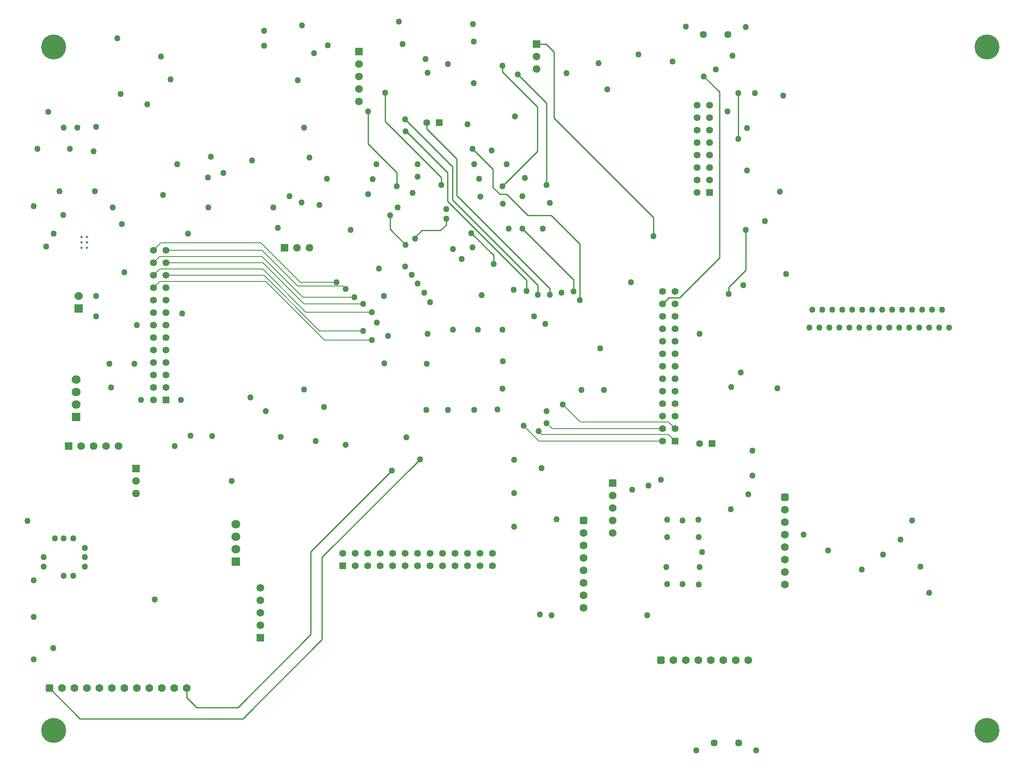
<source format=gbr>
%TF.GenerationSoftware,Altium Limited,Altium Designer,23.9.2 (47)*%
G04 Layer_Physical_Order=5*
G04 Layer_Color=16737945*
%FSLAX45Y45*%
%MOMM*%
%TF.SameCoordinates,7747E0AE-D8E6-467E-A507-EEFEC3D8B4F9*%
%TF.FilePolarity,Positive*%
%TF.FileFunction,Copper,L5,Inr,Signal*%
%TF.Part,Single*%
G01*
G75*
%TA.AperFunction,Conductor*%
%ADD11C,0.25400*%
%ADD84C,0.12700*%
%TA.AperFunction,ComponentPad*%
%ADD86C,1.57000*%
%ADD87R,1.57000X1.57000*%
%ADD88R,1.57000X1.57000*%
%ADD89C,1.45000*%
%ADD90C,1.60000*%
G04:AMPARAMS|DCode=91|XSize=1.6mm|YSize=1.6mm|CornerRadius=0.4mm|HoleSize=0mm|Usage=FLASHONLY|Rotation=0.000|XOffset=0mm|YOffset=0mm|HoleType=Round|Shape=RoundedRectangle|*
%AMROUNDEDRECTD91*
21,1,1.60000,0.80000,0,0,0.0*
21,1,0.80000,1.60000,0,0,0.0*
1,1,0.80000,0.40000,-0.40000*
1,1,0.80000,-0.40000,-0.40000*
1,1,0.80000,-0.40000,0.40000*
1,1,0.80000,0.40000,0.40000*
%
%ADD91ROUNDEDRECTD91*%
G04:AMPARAMS|DCode=92|XSize=1.6mm|YSize=1.6mm|CornerRadius=0.4mm|HoleSize=0mm|Usage=FLASHONLY|Rotation=270.000|XOffset=0mm|YOffset=0mm|HoleType=Round|Shape=RoundedRectangle|*
%AMROUNDEDRECTD92*
21,1,1.60000,0.80000,0,0,270.0*
21,1,0.80000,1.60000,0,0,270.0*
1,1,0.80000,-0.40000,-0.40000*
1,1,0.80000,-0.40000,0.40000*
1,1,0.80000,0.40000,0.40000*
1,1,0.80000,0.40000,-0.40000*
%
%ADD92ROUNDEDRECTD92*%
%TA.AperFunction,ViaPad*%
%ADD93C,5.08000*%
%TA.AperFunction,ComponentPad*%
%ADD94C,1.67000*%
%ADD95R,1.67000X1.67000*%
%ADD96R,1.40000X1.40000*%
%ADD97C,1.40000*%
%ADD98R,1.39000X1.39000*%
%ADD99R,1.38900X1.38900*%
%ADD100C,1.38900*%
%ADD101R,1.39000X1.39000*%
%ADD102R,1.80000X1.80000*%
%ADD103C,1.80000*%
%ADD104R,1.55000X1.55000*%
%ADD105C,1.55000*%
%ADD106R,1.55000X1.55000*%
%TA.AperFunction,ViaPad*%
%ADD107C,1.27000*%
%ADD108C,0.50000*%
%ADD109C,1.39000*%
D11*
X20751801Y12230100D02*
X21094701Y12573000D01*
Y13398500D01*
X20942300Y15252699D02*
Y16179800D01*
X9918700Y3670300D02*
X10756900D01*
X12242800Y5156200D01*
X9715500Y3873500D02*
X9918700Y3670300D01*
X12242800Y5156200D02*
Y6845300D01*
X13893800Y8496300D01*
X10858500Y3441700D02*
X12471400Y5054600D01*
X6921500Y4064000D02*
X7543800Y3441700D01*
X10858500D01*
X9715500Y3873500D02*
Y4064000D01*
X12471400Y6731000D02*
X14465300Y8724900D01*
X12471400Y5054600D02*
Y6731000D01*
X17195799Y15671800D02*
X19215100Y13652499D01*
Y13271500D02*
Y13652499D01*
X16548100Y13423900D02*
X17589500Y12382500D01*
Y12141200D02*
Y12382500D01*
X17132300Y13690601D02*
X17716499Y13106400D01*
Y11963400D02*
Y13106400D01*
X15963901Y12700000D02*
Y12877365D01*
X15512833Y13328433D02*
X15963901Y12877365D01*
X20243800Y16522701D02*
X20561301Y16205200D01*
X19748500Y12014200D02*
X20561301Y12827000D01*
Y16205200D01*
X20751801Y12090400D02*
Y12230100D01*
X19532800Y12014200D02*
X19748500D01*
X17195799Y15671800D02*
Y17017999D01*
X17030701Y17183099D02*
X17195799Y17017999D01*
X16840199Y17183099D02*
X17030701D01*
X19405800Y11887200D02*
X19532800Y12014200D01*
X15532100Y15049500D02*
X15951199Y14630400D01*
Y14262100D02*
Y14630400D01*
X16090900Y14122400D02*
X16230600D01*
X15951199Y14262100D02*
X16090900Y14122400D01*
X16662399Y13690601D02*
X17132300D01*
X16230600Y14122400D02*
X16662399Y13690601D01*
X14173199Y15405099D02*
X14185899D01*
X15024100Y14566901D01*
Y13982700D02*
Y14566901D01*
X13754100Y15608299D02*
X14897099Y14465300D01*
X13754100Y15608299D02*
Y16192500D01*
X13411200Y15151100D02*
X13995399Y14566901D01*
X13411200Y15151100D02*
Y15811501D01*
X14160500Y15646400D02*
X15125700Y14681200D01*
Y14008099D02*
Y14681200D01*
X16852901Y14998700D02*
Y15900400D01*
X16141701Y16611600D02*
Y16738600D01*
Y16611600D02*
X16852901Y15900400D01*
X16141701Y14287500D02*
X16852901Y14998700D01*
X16459200Y16560800D02*
X17043401Y15976601D01*
Y14312900D02*
Y15976601D01*
X13995399Y14285072D02*
Y14566901D01*
X14897099Y14312900D02*
Y14465300D01*
X14605000Y15455901D02*
Y15582899D01*
X15214600Y14097000D02*
Y14846300D01*
X14605000Y15455901D02*
X15214600Y14846300D01*
X17106900Y12077700D02*
Y12204700D01*
X15214600Y14097000D02*
X17106900Y12204700D01*
X14363699Y13248193D02*
X14501308Y13385800D01*
X14884399D02*
X14998700Y13500101D01*
X14501308Y13385800D02*
X14884399D01*
X14363699Y13220700D02*
Y13248193D01*
X14998700Y13500101D02*
Y13627100D01*
X13855701Y13411200D02*
Y13690601D01*
Y13411200D02*
X14173199Y13093700D01*
X16637000Y12153900D02*
Y12369800D01*
X15024100Y13982700D02*
X16637000Y12369800D01*
X15125700Y14008099D02*
X16865601Y12268200D01*
Y12077700D02*
Y12268200D01*
D84*
X9042600Y12979401D02*
X9195000Y13131799D01*
X11226800D01*
X12026900Y12331700D01*
X9296600Y12979401D02*
X11252200D01*
X9169600Y12852400D02*
X11252200D01*
X11264900Y12725400D02*
X12103100Y11887200D01*
X9296600Y12725400D02*
X11264900D01*
X9169600Y12598400D02*
X11264900D01*
X12141200Y11722100D01*
X11290300Y12471400D02*
X12420600Y11341100D01*
X9296600Y12471400D02*
X11290300D01*
X11328400Y12344400D02*
X12522200Y11150600D01*
X9169600Y12344400D02*
X11328400D01*
X17373599Y9842500D02*
X17729201Y9486900D01*
X19520100D02*
X19659801Y9347200D01*
X17729201Y9486900D02*
X19520100D01*
X17043401Y9461500D02*
X17157700Y9347200D01*
X19405800D01*
X16941800Y9232900D02*
X19520100D01*
X19659801Y9093200D01*
X16878300Y9296400D02*
X16941800Y9232900D01*
X16573500Y9410700D02*
X16891000Y9093200D01*
X19405800D01*
X12420600Y11341100D02*
X13309599D01*
X12141200Y11722100D02*
X13487399D01*
X12103100Y11887200D02*
X13309599D01*
X12077700Y12026900D02*
X13131799D01*
X11252200Y12852400D02*
X12077700Y12026900D01*
X11979910Y12251690D02*
X12894310D01*
X11252200Y12979401D02*
X11979910Y12251690D01*
X12026900Y12331700D02*
X12763500D01*
X9042600Y12725400D02*
X9169600Y12852400D01*
X9042600Y12471400D02*
X9169600Y12598400D01*
X12894310Y12251690D02*
X12953999Y12192000D01*
X9042600Y12217400D02*
X9169600Y12344400D01*
X12522200Y11150600D02*
X13487399D01*
D86*
X18389600Y7226300D02*
D03*
Y7480300D02*
D03*
Y7734300D02*
D03*
Y7988300D02*
D03*
X13220700Y16014700D02*
D03*
Y16268700D02*
D03*
Y16522701D02*
D03*
Y16776700D02*
D03*
X8331200Y8991600D02*
D03*
X8077200D02*
D03*
X7823200D02*
D03*
X7569200D02*
D03*
X11214100Y6108700D02*
D03*
Y5854700D02*
D03*
Y5600700D02*
D03*
Y5346700D02*
D03*
D87*
X18389600Y8242300D02*
D03*
X13220700Y17030701D02*
D03*
X11214100Y5092700D02*
D03*
D88*
X7315200Y8991600D02*
D03*
D89*
X20952602Y2949702D02*
D03*
X20452603D02*
D03*
X20735100Y17378300D02*
D03*
X20235100D02*
D03*
D90*
X9715500Y4064000D02*
D03*
X9461500D02*
D03*
X9207500D02*
D03*
X8699500D02*
D03*
X8445500D02*
D03*
X7937500D02*
D03*
X7429500D02*
D03*
X7175500D02*
D03*
X7683500D02*
D03*
X8191500D02*
D03*
X8953500D02*
D03*
X21894800Y6680200D02*
D03*
Y7188200D02*
D03*
Y7696200D02*
D03*
Y7442200D02*
D03*
Y6934200D02*
D03*
Y6426200D02*
D03*
Y6172200D02*
D03*
X20637500Y4635500D02*
D03*
X20129500D02*
D03*
X19621500D02*
D03*
X19875500D02*
D03*
X20383501D02*
D03*
X20891499D02*
D03*
X21145500D02*
D03*
X17792700Y6210300D02*
D03*
Y6718300D02*
D03*
Y7226300D02*
D03*
Y6972300D02*
D03*
Y6464300D02*
D03*
Y5956300D02*
D03*
Y5702300D02*
D03*
D91*
X6921500Y4064000D02*
D03*
X19367500Y4635500D02*
D03*
D92*
X21894800Y7950200D02*
D03*
X17792700Y7480300D02*
D03*
D93*
X26009601Y17119600D02*
D03*
Y3200400D02*
D03*
X7010400D02*
D03*
Y17119600D02*
D03*
D94*
X7518400Y12052300D02*
D03*
D95*
Y11798300D02*
D03*
D96*
X20408897Y9042400D02*
D03*
X14859000Y15582899D02*
D03*
D97*
X20154898Y9042400D02*
D03*
X14605000Y15582899D02*
D03*
D98*
X9296600Y9931400D02*
D03*
X19659801Y9093200D02*
D03*
D99*
X20358099Y14160500D02*
D03*
D100*
Y14414500D02*
D03*
Y14668500D02*
D03*
Y14922501D02*
D03*
Y15176500D02*
D03*
Y15430499D02*
D03*
Y15684500D02*
D03*
Y15938499D02*
D03*
X20104100Y14160500D02*
D03*
Y14414500D02*
D03*
Y14668500D02*
D03*
Y14922501D02*
D03*
Y15176500D02*
D03*
Y15430499D02*
D03*
Y15684500D02*
D03*
Y15938499D02*
D03*
D101*
X12890500Y6553000D02*
D03*
D102*
X7467600Y9588500D02*
D03*
X10718798Y6642100D02*
D03*
D103*
X7467600Y9842500D02*
D03*
Y10096500D02*
D03*
Y10350500D02*
D03*
X10718798Y7404100D02*
D03*
Y7150100D02*
D03*
Y6896100D02*
D03*
D104*
X8686800Y8534400D02*
D03*
X16840199Y17183099D02*
D03*
D105*
X8686800Y8280400D02*
D03*
Y8026400D02*
D03*
X16840199Y16675101D02*
D03*
Y16929100D02*
D03*
X12217400Y13030200D02*
D03*
X11963400D02*
D03*
D106*
X11709400D02*
D03*
D107*
X8210550Y13855701D02*
D03*
X8445500Y12534900D02*
D03*
X6604000Y13881100D02*
D03*
X6858000Y13055600D02*
D03*
X7200900Y13703300D02*
D03*
X7010400Y13322301D02*
D03*
X8394700Y13512801D02*
D03*
X18910300Y16967200D02*
D03*
X21793201Y14173199D02*
D03*
X21094701Y13398500D02*
D03*
X20942300Y15252699D02*
D03*
X21120100Y14605000D02*
D03*
X21488400Y13576300D02*
D03*
X24828500Y6007100D02*
D03*
X8305800Y17297400D02*
D03*
X23456900Y6477000D02*
D03*
X23888699Y6781800D02*
D03*
X22771100Y6870700D02*
D03*
X17145000Y5549900D02*
D03*
X16903700Y5562600D02*
D03*
X18757899Y12331700D02*
D03*
X19215100Y13271500D02*
D03*
X17348199Y12115800D02*
D03*
X17589500Y12141200D02*
D03*
X17716499Y11963400D02*
D03*
X15963901Y12700000D02*
D03*
X15722600Y12065000D02*
D03*
X15316200Y12801601D02*
D03*
X15532100Y13042900D02*
D03*
X16789400Y11633200D02*
D03*
X8648700Y10668000D02*
D03*
X8140700D02*
D03*
X21310600Y2794000D02*
D03*
X20091400D02*
D03*
X21094701Y17525999D02*
D03*
X15544800Y17589500D02*
D03*
X21234399Y8394700D02*
D03*
Y8902700D02*
D03*
X7874000Y12052300D02*
D03*
X19608800Y16827499D02*
D03*
X18097501Y16789400D02*
D03*
X18275301Y16256000D02*
D03*
X17449800Y16586200D02*
D03*
X20828000Y16941800D02*
D03*
X21856700Y16128999D02*
D03*
X21120100Y15468600D02*
D03*
X20726401Y15811501D02*
D03*
X21285201Y16179800D02*
D03*
X20942300D02*
D03*
X20154900Y11277600D02*
D03*
X20751801Y12090400D02*
D03*
X21043900Y12268200D02*
D03*
X7823200Y14998700D02*
D03*
X7340600Y15049500D02*
D03*
X7213600Y15481300D02*
D03*
X7493000D02*
D03*
X9194800Y16929100D02*
D03*
X8915400Y15951199D02*
D03*
X7124700Y14185899D02*
D03*
X7874000Y11633200D02*
D03*
X9385300Y16459200D02*
D03*
X7848600Y14185899D02*
D03*
X8369300Y16167101D02*
D03*
X20485100Y16662399D02*
D03*
X20243800Y16522701D02*
D03*
X24244299Y7086600D02*
D03*
X22275800Y7188200D02*
D03*
X10629900Y8280400D02*
D03*
X10236200Y9194800D02*
D03*
X9474200Y8991600D02*
D03*
X9067800Y5867400D02*
D03*
X11010900Y9982200D02*
D03*
X9791700Y9207500D02*
D03*
X9601200Y9931400D02*
D03*
X13893800Y8496300D02*
D03*
X8178800Y10185400D02*
D03*
X15646400Y11366500D02*
D03*
X11976100Y16446500D02*
D03*
X22390100Y11404600D02*
D03*
X22593300D02*
D03*
X22796500D02*
D03*
X22999699D02*
D03*
X23202901D02*
D03*
X23406100D02*
D03*
X23609300D02*
D03*
X23812500D02*
D03*
X24015700D02*
D03*
X24218900D02*
D03*
X24422099D02*
D03*
X24625301D02*
D03*
X24828500D02*
D03*
X25031700D02*
D03*
X25234900D02*
D03*
X25095200Y11772900D02*
D03*
X24892000D02*
D03*
X24688800D02*
D03*
X24485600D02*
D03*
X24282401D02*
D03*
X24079201D02*
D03*
X23875999D02*
D03*
X23672800D02*
D03*
X23469600D02*
D03*
X23266400D02*
D03*
X23063200D02*
D03*
X22860001D02*
D03*
X22656799D02*
D03*
X22453600D02*
D03*
X21145500Y8013700D02*
D03*
X12306300Y16992599D02*
D03*
X12065000Y17564101D02*
D03*
X15925800Y15011400D02*
D03*
X16395700Y15709900D02*
D03*
X15430499Y15544800D02*
D03*
X12217400Y14871700D02*
D03*
X11290198Y17454703D02*
D03*
X12585700Y17157700D02*
D03*
X15570200Y14732001D02*
D03*
X16230600D02*
D03*
X14414500D02*
D03*
X13576300D02*
D03*
X13500101Y14427200D02*
D03*
X15532100Y15049500D02*
D03*
X12103100Y15481300D02*
D03*
X14173199Y15405099D02*
D03*
X13411200Y15811501D02*
D03*
X14160500Y15646400D02*
D03*
X14109700Y17183099D02*
D03*
X14033501Y17640300D02*
D03*
X6604000Y5511800D02*
D03*
Y4648200D02*
D03*
X6997700Y4876800D02*
D03*
X9740900Y13322301D02*
D03*
X9232900Y14109700D02*
D03*
X9525000Y14732001D02*
D03*
X10160000Y13855701D02*
D03*
X7874000Y15494000D02*
D03*
X16459200Y16560800D02*
D03*
X12344400Y9093200D02*
D03*
X11633200Y9182100D02*
D03*
X11328400Y9702800D02*
D03*
X12509500Y9791700D02*
D03*
X8788400Y9931400D02*
D03*
X16383000Y7353300D02*
D03*
X21920200Y12496800D02*
D03*
X20993100Y10490200D02*
D03*
X21742400Y10172700D02*
D03*
X20802600Y10198100D02*
D03*
X12103100Y10147300D02*
D03*
X12953999Y9017000D02*
D03*
X14465300Y8724900D02*
D03*
X13055600Y13398500D02*
D03*
X10147300Y14465300D02*
D03*
X10464800Y14554201D02*
D03*
X11049000Y14808200D02*
D03*
X11569700Y13436600D02*
D03*
X12420600Y13906500D02*
D03*
X10210800Y14884399D02*
D03*
X6896100Y15798801D02*
D03*
X6680200Y15049500D02*
D03*
X11480800Y13855701D02*
D03*
X12573000Y14439900D02*
D03*
X8699500Y11455400D02*
D03*
X9626600Y11696700D02*
D03*
X18211800Y10134600D02*
D03*
X18135600Y10985500D02*
D03*
X17754601Y10134600D02*
D03*
X16154401Y10718800D02*
D03*
X16141701Y10160000D02*
D03*
X16573500Y9410700D02*
D03*
X16878300Y9296400D02*
D03*
X17373599Y9842500D02*
D03*
X17043401Y9461500D02*
D03*
Y9702800D02*
D03*
X17246600Y7505700D02*
D03*
X16383000Y8712200D02*
D03*
Y8039100D02*
D03*
X13487399Y11722100D02*
D03*
X13309599Y11887200D02*
D03*
X13131799Y12026900D02*
D03*
X12953999Y12192000D02*
D03*
X12763500Y12331700D02*
D03*
X13817599Y11239500D02*
D03*
X13487399Y11150600D02*
D03*
X13309599Y11341100D02*
D03*
X13741400Y10680700D02*
D03*
X15512833Y13328433D02*
D03*
X16548100Y13423900D02*
D03*
X14363699Y13220700D02*
D03*
X14173199Y13093700D02*
D03*
X13855701Y13690601D02*
D03*
X14998700Y13817599D02*
D03*
Y13627100D02*
D03*
X14160500Y12649200D02*
D03*
X14300200Y12484100D02*
D03*
X14414500Y12306300D02*
D03*
X14554201Y12115800D02*
D03*
X14668500Y11925300D02*
D03*
X15138400Y13004800D02*
D03*
Y11366500D02*
D03*
X16370300Y12179300D02*
D03*
X16637000Y12153900D02*
D03*
X16865601Y12077700D02*
D03*
X17106900D02*
D03*
X16268700Y13423900D02*
D03*
X17017999Y11480800D02*
D03*
X16548100Y14084300D02*
D03*
X13728700Y12052300D02*
D03*
X13627100Y12611100D02*
D03*
X14605000Y10668000D02*
D03*
X13589000Y11506200D02*
D03*
X11811000Y14084300D02*
D03*
X12052300Y13957300D02*
D03*
X16040100Y9740900D02*
D03*
X15036800Y9728200D02*
D03*
X15570200D02*
D03*
X20789900Y7708900D02*
D03*
X16941800Y8547100D02*
D03*
X11290198Y17149902D02*
D03*
X6604000Y6261100D02*
D03*
X24485600Y7480300D02*
D03*
X24650700Y6540500D02*
D03*
X19088100Y5549900D02*
D03*
X20205701Y6832600D02*
D03*
X19481799Y6527800D02*
D03*
X19367500Y8305800D02*
D03*
X19113499Y8191500D02*
D03*
X18783299Y8102600D02*
D03*
X19875500Y17538699D02*
D03*
X15557500Y16383000D02*
D03*
Y17233900D02*
D03*
X16141701Y16738600D02*
D03*
Y11366500D02*
D03*
X14617700Y16598900D02*
D03*
X14897099Y14312900D02*
D03*
X14414500Y14478000D02*
D03*
X14312900Y14147800D02*
D03*
X15697200Y14071600D02*
D03*
X13754100Y16192500D02*
D03*
X16967200Y13423900D02*
D03*
X17106900Y13944600D02*
D03*
X16154401Y13931900D02*
D03*
X14008099Y13855701D02*
D03*
X15036800Y16776700D02*
D03*
X14579601Y16878300D02*
D03*
X17043401Y14312900D02*
D03*
X16141701Y14287500D02*
D03*
X13995399D02*
D03*
X16598900Y14452600D02*
D03*
X15671800Y14439900D02*
D03*
X13411200Y14122400D02*
D03*
X14617700Y11277600D02*
D03*
X19812000Y6184900D02*
D03*
X20142200Y6172200D02*
D03*
X19494501Y6184900D02*
D03*
X20154900Y6527800D02*
D03*
X20142200Y7137400D02*
D03*
X19494501D02*
D03*
X19812000Y7480300D02*
D03*
X20129500Y7493000D02*
D03*
X19494501D02*
D03*
X14185899Y9169400D02*
D03*
X14592300Y9728200D02*
D03*
X6477000Y7467600D02*
D03*
X7645400Y6540500D02*
D03*
X6807200D02*
D03*
X7213600Y7112000D02*
D03*
Y6350000D02*
D03*
X7645400Y6731000D02*
D03*
Y6921500D02*
D03*
X6807200Y6731000D02*
D03*
X7404100Y7112000D02*
D03*
X7035800D02*
D03*
X7404100Y6350000D02*
D03*
D108*
X7687700Y13034500D02*
D03*
X7577700D02*
D03*
X7687700Y13144501D02*
D03*
X7577700D02*
D03*
X7687700Y13254500D02*
D03*
X7577700D02*
D03*
D109*
X9042600Y12979401D02*
D03*
Y12725400D02*
D03*
Y12471400D02*
D03*
Y12217400D02*
D03*
Y11963400D02*
D03*
Y11709400D02*
D03*
Y11455400D02*
D03*
Y11201400D02*
D03*
Y10947400D02*
D03*
Y10693400D02*
D03*
Y10439400D02*
D03*
Y10185400D02*
D03*
Y9931400D02*
D03*
X9296600Y12979401D02*
D03*
Y12725400D02*
D03*
Y12471400D02*
D03*
Y12217400D02*
D03*
Y11963400D02*
D03*
Y11709400D02*
D03*
Y11455400D02*
D03*
Y11201400D02*
D03*
Y10947400D02*
D03*
Y10693400D02*
D03*
Y10439400D02*
D03*
Y10185400D02*
D03*
X19405800Y12141200D02*
D03*
Y11887200D02*
D03*
Y11633200D02*
D03*
Y11379200D02*
D03*
Y11125200D02*
D03*
Y10871200D02*
D03*
Y10617200D02*
D03*
Y10363200D02*
D03*
Y10109200D02*
D03*
Y9855200D02*
D03*
Y9601200D02*
D03*
Y9347200D02*
D03*
Y9093200D02*
D03*
X19659801Y12141200D02*
D03*
Y11887200D02*
D03*
Y11633200D02*
D03*
Y11379200D02*
D03*
Y11125200D02*
D03*
Y10871200D02*
D03*
Y10617200D02*
D03*
Y10363200D02*
D03*
Y10109200D02*
D03*
Y9855200D02*
D03*
Y9601200D02*
D03*
Y9347200D02*
D03*
X15938499Y6807000D02*
D03*
X15684500D02*
D03*
X15430499D02*
D03*
X15176500D02*
D03*
X14922501D02*
D03*
X14668500D02*
D03*
X14414500D02*
D03*
X14160500D02*
D03*
X13906500D02*
D03*
X13652499D02*
D03*
X13398500D02*
D03*
X13144501D02*
D03*
X12890500D02*
D03*
X15938499Y6553000D02*
D03*
X15684500D02*
D03*
X15430499D02*
D03*
X15176500D02*
D03*
X14922501D02*
D03*
X14668500D02*
D03*
X14414500D02*
D03*
X14160500D02*
D03*
X13906500D02*
D03*
X13652499D02*
D03*
X13398500D02*
D03*
X13144501D02*
D03*
%TF.MD5,e124060656972a9213cfe838a13c4162*%
M02*

</source>
